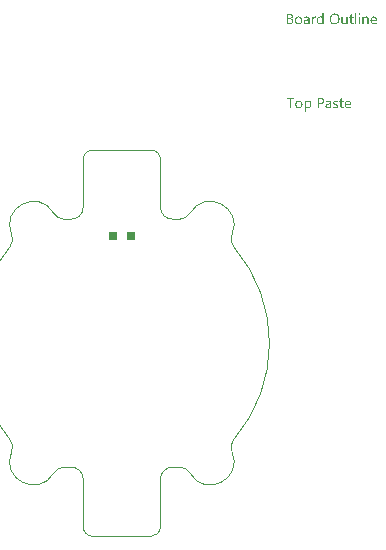
<source format=gtp>
G04*
G04 #@! TF.GenerationSoftware,Altium Limited,Altium Designer,21.9.2 (33)*
G04*
G04 Layer_Color=8421504*
%FSAX25Y25*%
%MOIN*%
G70*
G04*
G04 #@! TF.SameCoordinates,068316DF-13B4-460B-9515-79FEAC0EB225*
G04*
G04*
G04 #@! TF.FilePolarity,Positive*
G04*
G01*
G75*
%ADD10C,0.00394*%
%ADD11R,0.02756X0.02756*%
G36*
X0079229Y0110019D02*
X0079254D01*
X0079309Y0109995D01*
X0079340Y0109976D01*
X0079371Y0109951D01*
X0079377Y0109945D01*
X0079383Y0109939D01*
X0079414Y0109902D01*
X0079439Y0109840D01*
X0079445Y0109803D01*
X0079452Y0109766D01*
Y0109759D01*
Y0109747D01*
X0079445Y0109729D01*
X0079439Y0109704D01*
X0079421Y0109642D01*
X0079396Y0109611D01*
X0079371Y0109580D01*
X0079365D01*
X0079359Y0109567D01*
X0079322Y0109543D01*
X0079266Y0109518D01*
X0079229Y0109512D01*
X0079192Y0109506D01*
X0079173D01*
X0079154Y0109512D01*
X0079130D01*
X0079068Y0109537D01*
X0079037Y0109549D01*
X0079006Y0109574D01*
Y0109580D01*
X0078994Y0109586D01*
X0078981Y0109605D01*
X0078969Y0109623D01*
X0078944Y0109685D01*
X0078938Y0109722D01*
X0078932Y0109766D01*
Y0109772D01*
Y0109784D01*
X0078938Y0109803D01*
X0078944Y0109834D01*
X0078963Y0109889D01*
X0078981Y0109920D01*
X0079006Y0109951D01*
X0079012Y0109958D01*
X0079018Y0109964D01*
X0079056Y0109988D01*
X0079117Y0110013D01*
X0079154Y0110026D01*
X0079210D01*
X0079229Y0110019D01*
D02*
G37*
G36*
X0067239Y0106355D02*
X0066836D01*
Y0106776D01*
X0066824D01*
Y0106770D01*
X0066812Y0106757D01*
X0066793Y0106732D01*
X0066774Y0106702D01*
X0066744Y0106664D01*
X0066706Y0106627D01*
X0066663Y0106584D01*
X0066614Y0106541D01*
X0066558Y0106491D01*
X0066490Y0106448D01*
X0066422Y0106411D01*
X0066341Y0106374D01*
X0066261Y0106343D01*
X0066168Y0106318D01*
X0066069Y0106305D01*
X0065964Y0106299D01*
X0065920D01*
X0065883Y0106305D01*
X0065846Y0106312D01*
X0065797Y0106318D01*
X0065691Y0106343D01*
X0065567Y0106380D01*
X0065444Y0106442D01*
X0065376Y0106479D01*
X0065320Y0106522D01*
X0065258Y0106578D01*
X0065202Y0106633D01*
Y0106640D01*
X0065190Y0106652D01*
X0065178Y0106671D01*
X0065159Y0106695D01*
X0065140Y0106726D01*
X0065116Y0106770D01*
X0065091Y0106819D01*
X0065066Y0106875D01*
X0065035Y0106937D01*
X0065010Y0107005D01*
X0064986Y0107079D01*
X0064967Y0107160D01*
X0064948Y0107246D01*
X0064936Y0107345D01*
X0064930Y0107444D01*
X0064924Y0107550D01*
Y0107556D01*
Y0107574D01*
Y0107612D01*
X0064930Y0107655D01*
X0064936Y0107704D01*
X0064942Y0107766D01*
X0064948Y0107834D01*
X0064961Y0107909D01*
X0064998Y0108070D01*
X0065054Y0108237D01*
X0065091Y0108317D01*
X0065134Y0108398D01*
X0065178Y0108472D01*
X0065233Y0108546D01*
X0065239Y0108552D01*
X0065246Y0108565D01*
X0065264Y0108583D01*
X0065289Y0108608D01*
X0065320Y0108633D01*
X0065363Y0108664D01*
X0065407Y0108701D01*
X0065456Y0108738D01*
X0065580Y0108806D01*
X0065722Y0108868D01*
X0065803Y0108887D01*
X0065889Y0108905D01*
X0065976Y0108918D01*
X0066075Y0108924D01*
X0066124D01*
X0066162Y0108918D01*
X0066199Y0108911D01*
X0066248Y0108905D01*
X0066360Y0108874D01*
X0066484Y0108825D01*
X0066545Y0108794D01*
X0066607Y0108750D01*
X0066669Y0108707D01*
X0066725Y0108651D01*
X0066774Y0108589D01*
X0066824Y0108515D01*
X0066836D01*
Y0110075D01*
X0067239D01*
Y0106355D01*
D02*
G37*
G36*
X0081507Y0108918D02*
X0081581Y0108911D01*
X0081674Y0108893D01*
X0081773Y0108862D01*
X0081878Y0108812D01*
X0081983Y0108744D01*
X0082027Y0108707D01*
X0082070Y0108658D01*
X0082082Y0108645D01*
X0082107Y0108608D01*
X0082138Y0108546D01*
X0082181Y0108459D01*
X0082219Y0108354D01*
X0082256Y0108224D01*
X0082280Y0108070D01*
X0082287Y0107890D01*
Y0106355D01*
X0081884D01*
Y0107785D01*
Y0107791D01*
Y0107822D01*
X0081878Y0107859D01*
Y0107909D01*
X0081866Y0107970D01*
X0081853Y0108039D01*
X0081835Y0108113D01*
X0081810Y0108187D01*
X0081779Y0108261D01*
X0081742Y0108329D01*
X0081692Y0108398D01*
X0081637Y0108459D01*
X0081575Y0108509D01*
X0081494Y0108546D01*
X0081408Y0108577D01*
X0081302Y0108583D01*
X0081290D01*
X0081253Y0108577D01*
X0081197Y0108571D01*
X0081129Y0108552D01*
X0081049Y0108528D01*
X0080962Y0108484D01*
X0080882Y0108429D01*
X0080801Y0108354D01*
X0080795Y0108342D01*
X0080770Y0108317D01*
X0080739Y0108268D01*
X0080702Y0108200D01*
X0080665Y0108119D01*
X0080634Y0108020D01*
X0080609Y0107909D01*
X0080603Y0107785D01*
Y0106355D01*
X0080201D01*
Y0108868D01*
X0080603D01*
Y0108447D01*
X0080615D01*
X0080621Y0108453D01*
X0080628Y0108466D01*
X0080646Y0108491D01*
X0080671Y0108521D01*
X0080696Y0108559D01*
X0080733Y0108596D01*
X0080776Y0108639D01*
X0080826Y0108689D01*
X0080882Y0108732D01*
X0080943Y0108775D01*
X0081011Y0108812D01*
X0081086Y0108850D01*
X0081160Y0108880D01*
X0081247Y0108905D01*
X0081340Y0108918D01*
X0081439Y0108924D01*
X0081476D01*
X0081507Y0108918D01*
D02*
G37*
G36*
X0064509Y0108905D02*
X0064583Y0108899D01*
X0064627Y0108887D01*
X0064657Y0108874D01*
Y0108459D01*
X0064651Y0108466D01*
X0064639Y0108472D01*
X0064614Y0108484D01*
X0064583Y0108503D01*
X0064540Y0108515D01*
X0064484Y0108528D01*
X0064422Y0108534D01*
X0064354Y0108540D01*
X0064342D01*
X0064311Y0108534D01*
X0064261Y0108528D01*
X0064206Y0108509D01*
X0064131Y0108478D01*
X0064063Y0108435D01*
X0063989Y0108373D01*
X0063921Y0108292D01*
X0063915Y0108280D01*
X0063896Y0108249D01*
X0063865Y0108193D01*
X0063834Y0108119D01*
X0063803Y0108026D01*
X0063772Y0107909D01*
X0063754Y0107779D01*
X0063748Y0107630D01*
Y0106355D01*
X0063345D01*
Y0108868D01*
X0063748D01*
Y0108348D01*
X0063760D01*
Y0108354D01*
X0063766Y0108361D01*
X0063779Y0108391D01*
X0063797Y0108441D01*
X0063828Y0108503D01*
X0063859Y0108565D01*
X0063908Y0108633D01*
X0063958Y0108701D01*
X0064020Y0108763D01*
X0064026Y0108769D01*
X0064051Y0108788D01*
X0064088Y0108812D01*
X0064138Y0108837D01*
X0064193Y0108862D01*
X0064261Y0108887D01*
X0064336Y0108905D01*
X0064416Y0108911D01*
X0064472D01*
X0064509Y0108905D01*
D02*
G37*
G36*
X0075249Y0106355D02*
X0074846D01*
Y0106751D01*
X0074834D01*
Y0106745D01*
X0074822Y0106732D01*
X0074809Y0106708D01*
X0074784Y0106683D01*
X0074729Y0106609D01*
X0074642Y0106528D01*
X0074593Y0106485D01*
X0074537Y0106442D01*
X0074475Y0106404D01*
X0074401Y0106367D01*
X0074326Y0106343D01*
X0074246Y0106318D01*
X0074153Y0106305D01*
X0074060Y0106299D01*
X0074023D01*
X0073980Y0106305D01*
X0073918Y0106318D01*
X0073850Y0106330D01*
X0073775Y0106355D01*
X0073695Y0106386D01*
X0073614Y0106435D01*
X0073528Y0106491D01*
X0073447Y0106559D01*
X0073373Y0106646D01*
X0073305Y0106751D01*
X0073243Y0106869D01*
X0073200Y0107011D01*
X0073175Y0107178D01*
X0073163Y0107265D01*
Y0107364D01*
Y0108868D01*
X0073559D01*
Y0107426D01*
Y0107420D01*
Y0107395D01*
X0073565Y0107352D01*
X0073571Y0107302D01*
X0073577Y0107240D01*
X0073590Y0107178D01*
X0073608Y0107104D01*
X0073633Y0107030D01*
X0073670Y0106955D01*
X0073707Y0106887D01*
X0073757Y0106819D01*
X0073819Y0106757D01*
X0073887Y0106708D01*
X0073967Y0106671D01*
X0074066Y0106640D01*
X0074172Y0106633D01*
X0074184D01*
X0074221Y0106640D01*
X0074277Y0106646D01*
X0074339Y0106658D01*
X0074419Y0106689D01*
X0074500Y0106726D01*
X0074580Y0106776D01*
X0074654Y0106850D01*
X0074661Y0106862D01*
X0074685Y0106887D01*
X0074716Y0106937D01*
X0074753Y0107005D01*
X0074784Y0107085D01*
X0074815Y0107184D01*
X0074840Y0107296D01*
X0074846Y0107420D01*
Y0108868D01*
X0075249D01*
Y0106355D01*
D02*
G37*
G36*
X0079383D02*
X0078981D01*
Y0108868D01*
X0079383D01*
Y0106355D01*
D02*
G37*
G36*
X0078164D02*
X0077762D01*
Y0110075D01*
X0078164D01*
Y0106355D01*
D02*
G37*
G36*
X0061785Y0108918D02*
X0061841Y0108911D01*
X0061909Y0108893D01*
X0061983Y0108874D01*
X0062064Y0108843D01*
X0062151Y0108806D01*
X0062231Y0108757D01*
X0062312Y0108695D01*
X0062386Y0108621D01*
X0062454Y0108528D01*
X0062510Y0108422D01*
X0062553Y0108299D01*
X0062578Y0108156D01*
X0062590Y0107989D01*
Y0106355D01*
X0062188D01*
Y0106745D01*
X0062175D01*
Y0106739D01*
X0062163Y0106726D01*
X0062151Y0106702D01*
X0062126Y0106677D01*
X0062064Y0106603D01*
X0061983Y0106522D01*
X0061872Y0106442D01*
X0061742Y0106367D01*
X0061662Y0106343D01*
X0061581Y0106318D01*
X0061494Y0106305D01*
X0061402Y0106299D01*
X0061364D01*
X0061340Y0106305D01*
X0061272Y0106312D01*
X0061191Y0106324D01*
X0061092Y0106349D01*
X0060999Y0106380D01*
X0060900Y0106429D01*
X0060813Y0106491D01*
X0060807Y0106503D01*
X0060783Y0106528D01*
X0060745Y0106572D01*
X0060708Y0106633D01*
X0060671Y0106708D01*
X0060634Y0106794D01*
X0060609Y0106900D01*
X0060603Y0107017D01*
Y0107024D01*
Y0107048D01*
X0060609Y0107085D01*
X0060615Y0107129D01*
X0060628Y0107184D01*
X0060646Y0107246D01*
X0060671Y0107314D01*
X0060708Y0107383D01*
X0060752Y0107457D01*
X0060807Y0107531D01*
X0060875Y0107599D01*
X0060956Y0107661D01*
X0061049Y0107723D01*
X0061160Y0107772D01*
X0061284Y0107810D01*
X0061432Y0107841D01*
X0062188Y0107946D01*
Y0107952D01*
Y0107970D01*
X0062182Y0108008D01*
Y0108045D01*
X0062169Y0108094D01*
X0062163Y0108150D01*
X0062126Y0108268D01*
X0062095Y0108323D01*
X0062064Y0108379D01*
X0062021Y0108435D01*
X0061971Y0108484D01*
X0061909Y0108528D01*
X0061841Y0108559D01*
X0061761Y0108577D01*
X0061668Y0108583D01*
X0061624D01*
X0061594Y0108577D01*
X0061550D01*
X0061507Y0108565D01*
X0061395Y0108546D01*
X0061272Y0108509D01*
X0061135Y0108453D01*
X0061061Y0108416D01*
X0060993Y0108379D01*
X0060919Y0108329D01*
X0060851Y0108274D01*
Y0108689D01*
X0060857D01*
X0060869Y0108701D01*
X0060888Y0108713D01*
X0060919Y0108726D01*
X0060950Y0108744D01*
X0060993Y0108763D01*
X0061043Y0108781D01*
X0061098Y0108806D01*
X0061222Y0108850D01*
X0061371Y0108887D01*
X0061532Y0108911D01*
X0061705Y0108924D01*
X0061742D01*
X0061785Y0108918D01*
D02*
G37*
G36*
X0056097Y0109865D02*
X0056140D01*
X0056183Y0109859D01*
X0056282Y0109846D01*
X0056400Y0109815D01*
X0056524Y0109778D01*
X0056642Y0109722D01*
X0056747Y0109648D01*
X0056753D01*
X0056759Y0109636D01*
X0056790Y0109611D01*
X0056833Y0109561D01*
X0056883Y0109493D01*
X0056926Y0109407D01*
X0056969Y0109308D01*
X0057000Y0109196D01*
X0057013Y0109134D01*
Y0109066D01*
Y0109060D01*
Y0109054D01*
Y0109017D01*
X0057007Y0108961D01*
X0056994Y0108893D01*
X0056976Y0108806D01*
X0056945Y0108720D01*
X0056908Y0108633D01*
X0056852Y0108546D01*
X0056846Y0108534D01*
X0056821Y0108509D01*
X0056784Y0108472D01*
X0056734Y0108422D01*
X0056672Y0108373D01*
X0056598Y0108317D01*
X0056505Y0108274D01*
X0056406Y0108230D01*
Y0108224D01*
X0056425D01*
X0056443Y0108218D01*
X0056462Y0108212D01*
X0056530Y0108200D01*
X0056611Y0108175D01*
X0056697Y0108138D01*
X0056790Y0108094D01*
X0056883Y0108032D01*
X0056969Y0107952D01*
X0056982Y0107940D01*
X0057007Y0107909D01*
X0057038Y0107865D01*
X0057081Y0107797D01*
X0057118Y0107711D01*
X0057155Y0107612D01*
X0057180Y0107494D01*
X0057186Y0107364D01*
Y0107358D01*
Y0107345D01*
Y0107321D01*
X0057180Y0107290D01*
X0057174Y0107253D01*
X0057168Y0107209D01*
X0057143Y0107104D01*
X0057106Y0106986D01*
X0057050Y0106862D01*
X0057013Y0106807D01*
X0056969Y0106745D01*
X0056914Y0106689D01*
X0056858Y0106633D01*
X0056852D01*
X0056846Y0106621D01*
X0056827Y0106609D01*
X0056802Y0106590D01*
X0056771Y0106572D01*
X0056728Y0106547D01*
X0056635Y0106497D01*
X0056518Y0106442D01*
X0056381Y0106398D01*
X0056221Y0106367D01*
X0056140Y0106361D01*
X0056047Y0106355D01*
X0055020D01*
Y0109871D01*
X0056066D01*
X0056097Y0109865D01*
D02*
G37*
G36*
X0076592Y0108868D02*
X0077229D01*
Y0108521D01*
X0076592D01*
Y0107104D01*
Y0107091D01*
Y0107061D01*
X0076598Y0107017D01*
X0076604Y0106962D01*
X0076629Y0106844D01*
X0076648Y0106788D01*
X0076679Y0106745D01*
X0076685Y0106739D01*
X0076697Y0106726D01*
X0076716Y0106714D01*
X0076747Y0106695D01*
X0076784Y0106671D01*
X0076833Y0106658D01*
X0076895Y0106646D01*
X0076963Y0106640D01*
X0076988D01*
X0077019Y0106646D01*
X0077056Y0106652D01*
X0077143Y0106677D01*
X0077186Y0106695D01*
X0077229Y0106720D01*
Y0106374D01*
X0077223D01*
X0077205Y0106361D01*
X0077174Y0106355D01*
X0077130Y0106343D01*
X0077075Y0106330D01*
X0077013Y0106318D01*
X0076938Y0106312D01*
X0076852Y0106305D01*
X0076821D01*
X0076790Y0106312D01*
X0076747Y0106318D01*
X0076697Y0106330D01*
X0076641Y0106343D01*
X0076586Y0106367D01*
X0076524Y0106398D01*
X0076462Y0106435D01*
X0076400Y0106485D01*
X0076344Y0106541D01*
X0076295Y0106615D01*
X0076251Y0106695D01*
X0076220Y0106794D01*
X0076196Y0106906D01*
X0076190Y0107036D01*
Y0108521D01*
X0075762D01*
Y0108868D01*
X0076190D01*
Y0109481D01*
X0076592Y0109611D01*
Y0108868D01*
D02*
G37*
G36*
X0084119Y0108918D02*
X0084162Y0108911D01*
X0084206Y0108905D01*
X0084317Y0108887D01*
X0084441Y0108843D01*
X0084565Y0108788D01*
X0084627Y0108750D01*
X0084688Y0108707D01*
X0084744Y0108658D01*
X0084800Y0108602D01*
X0084806Y0108596D01*
X0084812Y0108589D01*
X0084825Y0108571D01*
X0084843Y0108546D01*
X0084862Y0108509D01*
X0084886Y0108472D01*
X0084911Y0108429D01*
X0084936Y0108373D01*
X0084961Y0108311D01*
X0084986Y0108249D01*
X0085010Y0108175D01*
X0085029Y0108094D01*
X0085047Y0108008D01*
X0085060Y0107921D01*
X0085072Y0107822D01*
Y0107717D01*
Y0107506D01*
X0083296D01*
Y0107500D01*
Y0107488D01*
Y0107469D01*
X0083302Y0107438D01*
X0083308Y0107401D01*
Y0107364D01*
X0083327Y0107265D01*
X0083358Y0107166D01*
X0083395Y0107054D01*
X0083450Y0106949D01*
X0083518Y0106856D01*
X0083531Y0106844D01*
X0083556Y0106819D01*
X0083605Y0106788D01*
X0083673Y0106745D01*
X0083760Y0106702D01*
X0083859Y0106671D01*
X0083977Y0106646D01*
X0084113Y0106633D01*
X0084156D01*
X0084187Y0106640D01*
X0084224D01*
X0084267Y0106646D01*
X0084373Y0106671D01*
X0084490Y0106702D01*
X0084620Y0106751D01*
X0084756Y0106819D01*
X0084825Y0106862D01*
X0084893Y0106912D01*
Y0106534D01*
X0084886D01*
X0084880Y0106522D01*
X0084862Y0106516D01*
X0084831Y0106497D01*
X0084800Y0106479D01*
X0084763Y0106460D01*
X0084713Y0106442D01*
X0084664Y0106417D01*
X0084602Y0106392D01*
X0084534Y0106374D01*
X0084385Y0106336D01*
X0084212Y0106312D01*
X0084020Y0106299D01*
X0083970D01*
X0083933Y0106305D01*
X0083890Y0106312D01*
X0083834Y0106318D01*
X0083716Y0106343D01*
X0083580Y0106380D01*
X0083444Y0106442D01*
X0083376Y0106485D01*
X0083308Y0106528D01*
X0083246Y0106578D01*
X0083184Y0106640D01*
X0083178Y0106646D01*
X0083172Y0106658D01*
X0083159Y0106677D01*
X0083135Y0106702D01*
X0083116Y0106739D01*
X0083091Y0106782D01*
X0083060Y0106832D01*
X0083036Y0106887D01*
X0083005Y0106949D01*
X0082980Y0107024D01*
X0082949Y0107104D01*
X0082930Y0107191D01*
X0082912Y0107283D01*
X0082893Y0107383D01*
X0082887Y0107488D01*
X0082881Y0107599D01*
Y0107605D01*
Y0107624D01*
Y0107655D01*
X0082887Y0107698D01*
X0082893Y0107748D01*
X0082899Y0107803D01*
X0082906Y0107871D01*
X0082924Y0107940D01*
X0082961Y0108088D01*
X0083017Y0108249D01*
X0083054Y0108329D01*
X0083104Y0108404D01*
X0083153Y0108484D01*
X0083209Y0108552D01*
X0083215Y0108559D01*
X0083227Y0108571D01*
X0083246Y0108589D01*
X0083271Y0108608D01*
X0083302Y0108639D01*
X0083339Y0108670D01*
X0083389Y0108701D01*
X0083438Y0108738D01*
X0083556Y0108806D01*
X0083698Y0108868D01*
X0083778Y0108887D01*
X0083859Y0108905D01*
X0083946Y0108918D01*
X0084038Y0108924D01*
X0084088D01*
X0084119Y0108918D01*
D02*
G37*
G36*
X0071077Y0109927D02*
X0071139Y0109920D01*
X0071213Y0109908D01*
X0071293Y0109889D01*
X0071380Y0109871D01*
X0071466Y0109846D01*
X0071566Y0109815D01*
X0071658Y0109772D01*
X0071757Y0109722D01*
X0071856Y0109667D01*
X0071949Y0109599D01*
X0072042Y0109524D01*
X0072129Y0109438D01*
X0072135Y0109431D01*
X0072147Y0109413D01*
X0072172Y0109388D01*
X0072197Y0109351D01*
X0072234Y0109301D01*
X0072271Y0109239D01*
X0072308Y0109171D01*
X0072352Y0109097D01*
X0072395Y0109004D01*
X0072432Y0108911D01*
X0072469Y0108806D01*
X0072506Y0108689D01*
X0072531Y0108571D01*
X0072556Y0108441D01*
X0072568Y0108299D01*
X0072575Y0108156D01*
Y0108144D01*
Y0108119D01*
Y0108076D01*
X0072568Y0108014D01*
X0072562Y0107940D01*
X0072550Y0107859D01*
X0072537Y0107766D01*
X0072519Y0107661D01*
X0072494Y0107556D01*
X0072463Y0107444D01*
X0072426Y0107333D01*
X0072383Y0107221D01*
X0072327Y0107104D01*
X0072265Y0106999D01*
X0072197Y0106894D01*
X0072117Y0106794D01*
X0072110Y0106788D01*
X0072098Y0106776D01*
X0072067Y0106751D01*
X0072036Y0106720D01*
X0071987Y0106677D01*
X0071931Y0106640D01*
X0071869Y0106590D01*
X0071795Y0106547D01*
X0071714Y0106503D01*
X0071621Y0106454D01*
X0071522Y0106417D01*
X0071411Y0106380D01*
X0071293Y0106343D01*
X0071169Y0106318D01*
X0071039Y0106305D01*
X0070897Y0106299D01*
X0070866D01*
X0070823Y0106305D01*
X0070773D01*
X0070711Y0106312D01*
X0070637Y0106324D01*
X0070557Y0106343D01*
X0070464Y0106361D01*
X0070371Y0106386D01*
X0070272Y0106417D01*
X0070173Y0106460D01*
X0070074Y0106503D01*
X0069975Y0106559D01*
X0069876Y0106627D01*
X0069783Y0106702D01*
X0069696Y0106788D01*
X0069690Y0106794D01*
X0069678Y0106813D01*
X0069653Y0106838D01*
X0069628Y0106875D01*
X0069591Y0106924D01*
X0069554Y0106986D01*
X0069517Y0107054D01*
X0069473Y0107135D01*
X0069430Y0107221D01*
X0069393Y0107314D01*
X0069356Y0107420D01*
X0069319Y0107537D01*
X0069294Y0107655D01*
X0069269Y0107785D01*
X0069257Y0107927D01*
X0069251Y0108070D01*
Y0108082D01*
Y0108107D01*
X0069257Y0108150D01*
Y0108212D01*
X0069263Y0108280D01*
X0069275Y0108367D01*
X0069288Y0108459D01*
X0069306Y0108559D01*
X0069331Y0108664D01*
X0069362Y0108775D01*
X0069399Y0108887D01*
X0069442Y0108998D01*
X0069498Y0109109D01*
X0069560Y0109221D01*
X0069628Y0109326D01*
X0069709Y0109425D01*
X0069715Y0109431D01*
X0069727Y0109450D01*
X0069758Y0109475D01*
X0069795Y0109506D01*
X0069839Y0109543D01*
X0069894Y0109586D01*
X0069962Y0109629D01*
X0070037Y0109679D01*
X0070123Y0109729D01*
X0070216Y0109772D01*
X0070315Y0109815D01*
X0070427Y0109852D01*
X0070550Y0109883D01*
X0070680Y0109914D01*
X0070817Y0109927D01*
X0070959Y0109933D01*
X0071027D01*
X0071077Y0109927D01*
D02*
G37*
G36*
X0059049Y0108918D02*
X0059093Y0108911D01*
X0059148Y0108905D01*
X0059272Y0108880D01*
X0059415Y0108837D01*
X0059557Y0108775D01*
X0059631Y0108738D01*
X0059699Y0108695D01*
X0059767Y0108639D01*
X0059829Y0108577D01*
X0059835Y0108571D01*
X0059842Y0108559D01*
X0059860Y0108540D01*
X0059879Y0108515D01*
X0059904Y0108478D01*
X0059928Y0108435D01*
X0059959Y0108385D01*
X0059990Y0108329D01*
X0060015Y0108261D01*
X0060046Y0108193D01*
X0060071Y0108113D01*
X0060096Y0108026D01*
X0060114Y0107933D01*
X0060133Y0107834D01*
X0060139Y0107729D01*
X0060145Y0107618D01*
Y0107612D01*
Y0107593D01*
Y0107562D01*
X0060139Y0107519D01*
X0060133Y0107469D01*
X0060126Y0107407D01*
X0060114Y0107345D01*
X0060102Y0107271D01*
X0060065Y0107123D01*
X0060003Y0106962D01*
X0059965Y0106881D01*
X0059916Y0106801D01*
X0059866Y0106726D01*
X0059805Y0106658D01*
X0059798Y0106652D01*
X0059786Y0106646D01*
X0059767Y0106627D01*
X0059743Y0106603D01*
X0059706Y0106578D01*
X0059668Y0106547D01*
X0059619Y0106510D01*
X0059563Y0106479D01*
X0059501Y0106448D01*
X0059433Y0106411D01*
X0059359Y0106380D01*
X0059278Y0106355D01*
X0059192Y0106330D01*
X0059099Y0106318D01*
X0059000Y0106305D01*
X0058895Y0106299D01*
X0058839D01*
X0058802Y0106305D01*
X0058758Y0106312D01*
X0058703Y0106318D01*
X0058641Y0106330D01*
X0058573Y0106343D01*
X0058430Y0106386D01*
X0058282Y0106448D01*
X0058207Y0106485D01*
X0058139Y0106534D01*
X0058071Y0106584D01*
X0058003Y0106646D01*
X0057997Y0106652D01*
X0057991Y0106664D01*
X0057972Y0106683D01*
X0057954Y0106708D01*
X0057929Y0106745D01*
X0057898Y0106788D01*
X0057867Y0106838D01*
X0057842Y0106894D01*
X0057811Y0106962D01*
X0057780Y0107030D01*
X0057749Y0107104D01*
X0057725Y0107191D01*
X0057688Y0107376D01*
X0057681Y0107475D01*
X0057675Y0107580D01*
Y0107587D01*
Y0107612D01*
Y0107642D01*
X0057681Y0107686D01*
X0057688Y0107735D01*
X0057694Y0107797D01*
X0057706Y0107865D01*
X0057718Y0107940D01*
X0057756Y0108100D01*
X0057818Y0108261D01*
X0057861Y0108342D01*
X0057904Y0108422D01*
X0057954Y0108497D01*
X0058016Y0108565D01*
X0058022Y0108571D01*
X0058034Y0108583D01*
X0058053Y0108596D01*
X0058078Y0108621D01*
X0058115Y0108645D01*
X0058158Y0108676D01*
X0058207Y0108713D01*
X0058263Y0108744D01*
X0058325Y0108775D01*
X0058399Y0108812D01*
X0058474Y0108843D01*
X0058560Y0108868D01*
X0058647Y0108893D01*
X0058746Y0108911D01*
X0058851Y0108918D01*
X0058956Y0108924D01*
X0059012D01*
X0059049Y0108918D01*
D02*
G37*
G36*
X0062262Y0080879D02*
X0062305Y0080873D01*
X0062349Y0080867D01*
X0062460Y0080842D01*
X0062584Y0080805D01*
X0062708Y0080743D01*
X0062770Y0080706D01*
X0062831Y0080656D01*
X0062887Y0080607D01*
X0062943Y0080545D01*
X0062949Y0080539D01*
X0062955Y0080533D01*
X0062968Y0080508D01*
X0062986Y0080483D01*
X0063005Y0080452D01*
X0063029Y0080409D01*
X0063054Y0080359D01*
X0063079Y0080310D01*
X0063104Y0080248D01*
X0063129Y0080180D01*
X0063153Y0080106D01*
X0063172Y0080025D01*
X0063203Y0079846D01*
X0063215Y0079747D01*
Y0079641D01*
Y0079635D01*
Y0079617D01*
Y0079580D01*
X0063209Y0079536D01*
Y0079487D01*
X0063197Y0079425D01*
X0063191Y0079357D01*
X0063178Y0079282D01*
X0063141Y0079121D01*
X0063085Y0078954D01*
X0063048Y0078874D01*
X0063011Y0078793D01*
X0062962Y0078713D01*
X0062906Y0078639D01*
X0062900Y0078632D01*
X0062893Y0078620D01*
X0062875Y0078601D01*
X0062850Y0078583D01*
X0062819Y0078552D01*
X0062782Y0078521D01*
X0062739Y0078484D01*
X0062689Y0078453D01*
X0062633Y0078416D01*
X0062572Y0078379D01*
X0062423Y0078323D01*
X0062343Y0078298D01*
X0062262Y0078280D01*
X0062169Y0078267D01*
X0062070Y0078261D01*
X0062021D01*
X0061990Y0078267D01*
X0061946Y0078273D01*
X0061903Y0078286D01*
X0061791Y0078311D01*
X0061674Y0078360D01*
X0061606Y0078397D01*
X0061544Y0078434D01*
X0061482Y0078484D01*
X0061426Y0078540D01*
X0061364Y0078601D01*
X0061315Y0078676D01*
X0061303D01*
Y0077165D01*
X0060900D01*
Y0080830D01*
X0061303D01*
Y0080384D01*
X0061315D01*
X0061321Y0080390D01*
X0061327Y0080409D01*
X0061346Y0080434D01*
X0061371Y0080465D01*
X0061402Y0080502D01*
X0061439Y0080545D01*
X0061482Y0080588D01*
X0061538Y0080638D01*
X0061594Y0080681D01*
X0061655Y0080725D01*
X0061730Y0080768D01*
X0061804Y0080805D01*
X0061891Y0080842D01*
X0061983Y0080867D01*
X0062076Y0080879D01*
X0062182Y0080886D01*
X0062231D01*
X0062262Y0080879D01*
D02*
G37*
G36*
X0071535D02*
X0071615Y0080873D01*
X0071702Y0080861D01*
X0071801Y0080836D01*
X0071900Y0080811D01*
X0071999Y0080774D01*
Y0080366D01*
X0071987Y0080372D01*
X0071949Y0080396D01*
X0071894Y0080421D01*
X0071819Y0080458D01*
X0071727Y0080489D01*
X0071615Y0080520D01*
X0071491Y0080539D01*
X0071361Y0080545D01*
X0071293D01*
X0071231Y0080533D01*
X0071157Y0080520D01*
X0071151D01*
X0071145Y0080514D01*
X0071108Y0080502D01*
X0071058Y0080477D01*
X0071002Y0080446D01*
X0070990Y0080440D01*
X0070965Y0080415D01*
X0070934Y0080378D01*
X0070903Y0080335D01*
X0070897Y0080322D01*
X0070885Y0080291D01*
X0070872Y0080248D01*
X0070866Y0080192D01*
Y0080186D01*
Y0080174D01*
Y0080155D01*
X0070872Y0080137D01*
X0070885Y0080081D01*
X0070903Y0080025D01*
X0070909Y0080013D01*
X0070928Y0079988D01*
X0070965Y0079951D01*
X0071008Y0079908D01*
X0071015D01*
X0071021Y0079901D01*
X0071058Y0079877D01*
X0071108Y0079846D01*
X0071176Y0079815D01*
X0071182D01*
X0071194Y0079808D01*
X0071213Y0079802D01*
X0071244Y0079790D01*
X0071312Y0079765D01*
X0071398Y0079728D01*
X0071405D01*
X0071429Y0079716D01*
X0071460Y0079703D01*
X0071497Y0079691D01*
X0071596Y0079648D01*
X0071696Y0079598D01*
X0071702D01*
X0071720Y0079586D01*
X0071745Y0079573D01*
X0071776Y0079555D01*
X0071850Y0079505D01*
X0071925Y0079443D01*
X0071931Y0079437D01*
X0071943Y0079431D01*
X0071956Y0079412D01*
X0071980Y0079388D01*
X0072024Y0079326D01*
X0072067Y0079245D01*
Y0079239D01*
X0072073Y0079227D01*
X0072085Y0079202D01*
X0072092Y0079171D01*
X0072104Y0079134D01*
X0072110Y0079090D01*
X0072117Y0078985D01*
Y0078979D01*
Y0078954D01*
X0072110Y0078917D01*
X0072104Y0078874D01*
X0072098Y0078824D01*
X0072079Y0078769D01*
X0072061Y0078719D01*
X0072030Y0078663D01*
X0072024Y0078657D01*
X0072017Y0078639D01*
X0071999Y0078614D01*
X0071974Y0078583D01*
X0071943Y0078546D01*
X0071906Y0078509D01*
X0071813Y0078434D01*
X0071807Y0078428D01*
X0071788Y0078422D01*
X0071764Y0078403D01*
X0071720Y0078385D01*
X0071677Y0078360D01*
X0071621Y0078342D01*
X0071566Y0078323D01*
X0071497Y0078304D01*
X0071491D01*
X0071466Y0078298D01*
X0071429Y0078292D01*
X0071386Y0078286D01*
X0071324Y0078273D01*
X0071262Y0078267D01*
X0071120Y0078261D01*
X0071058D01*
X0070984Y0078267D01*
X0070891Y0078280D01*
X0070786Y0078298D01*
X0070674Y0078323D01*
X0070563Y0078354D01*
X0070451Y0078403D01*
Y0078837D01*
X0070458D01*
X0070464Y0078824D01*
X0070482Y0078812D01*
X0070507Y0078799D01*
X0070575Y0078762D01*
X0070668Y0078719D01*
X0070773Y0078670D01*
X0070897Y0078632D01*
X0071033Y0078608D01*
X0071176Y0078595D01*
X0071225D01*
X0071256Y0078601D01*
X0071343Y0078614D01*
X0071442Y0078639D01*
X0071535Y0078682D01*
X0071578Y0078713D01*
X0071621Y0078744D01*
X0071652Y0078787D01*
X0071677Y0078830D01*
X0071696Y0078886D01*
X0071702Y0078948D01*
Y0078954D01*
Y0078967D01*
Y0078985D01*
X0071696Y0079004D01*
X0071683Y0079059D01*
X0071658Y0079115D01*
Y0079121D01*
X0071652Y0079128D01*
X0071627Y0079159D01*
X0071590Y0079202D01*
X0071535Y0079239D01*
X0071528D01*
X0071522Y0079251D01*
X0071485Y0079270D01*
X0071429Y0079307D01*
X0071355Y0079338D01*
X0071349D01*
X0071337Y0079344D01*
X0071318Y0079357D01*
X0071287Y0079369D01*
X0071219Y0079394D01*
X0071132Y0079431D01*
X0071126D01*
X0071101Y0079443D01*
X0071070Y0079456D01*
X0071033Y0079468D01*
X0070934Y0079511D01*
X0070835Y0079561D01*
X0070829Y0079567D01*
X0070817Y0079573D01*
X0070792Y0079586D01*
X0070761Y0079604D01*
X0070693Y0079654D01*
X0070625Y0079710D01*
X0070618Y0079716D01*
X0070612Y0079722D01*
X0070594Y0079740D01*
X0070575Y0079765D01*
X0070532Y0079827D01*
X0070495Y0079901D01*
Y0079908D01*
X0070489Y0079920D01*
X0070482Y0079945D01*
X0070476Y0079976D01*
X0070470Y0080013D01*
X0070464Y0080056D01*
X0070458Y0080161D01*
Y0080168D01*
Y0080192D01*
X0070464Y0080223D01*
X0070470Y0080266D01*
X0070476Y0080316D01*
X0070495Y0080366D01*
X0070513Y0080421D01*
X0070538Y0080471D01*
X0070544Y0080477D01*
X0070550Y0080496D01*
X0070569Y0080520D01*
X0070594Y0080551D01*
X0070662Y0080626D01*
X0070749Y0080700D01*
X0070755Y0080706D01*
X0070773Y0080712D01*
X0070798Y0080731D01*
X0070841Y0080749D01*
X0070885Y0080774D01*
X0070934Y0080799D01*
X0071058Y0080836D01*
X0071064D01*
X0071089Y0080842D01*
X0071120Y0080855D01*
X0071169Y0080861D01*
X0071219Y0080873D01*
X0071281Y0080879D01*
X0071417Y0080886D01*
X0071473D01*
X0071535Y0080879D01*
D02*
G37*
G36*
X0069040D02*
X0069096Y0080873D01*
X0069164Y0080855D01*
X0069238Y0080836D01*
X0069319Y0080805D01*
X0069405Y0080768D01*
X0069486Y0080718D01*
X0069566Y0080656D01*
X0069640Y0080582D01*
X0069709Y0080489D01*
X0069764Y0080384D01*
X0069808Y0080260D01*
X0069832Y0080118D01*
X0069845Y0079951D01*
Y0078317D01*
X0069442D01*
Y0078707D01*
X0069430D01*
Y0078701D01*
X0069418Y0078688D01*
X0069405Y0078663D01*
X0069380Y0078639D01*
X0069319Y0078564D01*
X0069238Y0078484D01*
X0069127Y0078403D01*
X0068997Y0078329D01*
X0068916Y0078304D01*
X0068836Y0078280D01*
X0068749Y0078267D01*
X0068656Y0078261D01*
X0068619D01*
X0068594Y0078267D01*
X0068526Y0078273D01*
X0068446Y0078286D01*
X0068347Y0078311D01*
X0068254Y0078342D01*
X0068155Y0078391D01*
X0068068Y0078453D01*
X0068062Y0078465D01*
X0068037Y0078490D01*
X0068000Y0078533D01*
X0067963Y0078595D01*
X0067926Y0078670D01*
X0067889Y0078756D01*
X0067864Y0078861D01*
X0067858Y0078979D01*
Y0078985D01*
Y0079010D01*
X0067864Y0079047D01*
X0067870Y0079090D01*
X0067883Y0079146D01*
X0067901Y0079208D01*
X0067926Y0079276D01*
X0067963Y0079344D01*
X0068006Y0079418D01*
X0068062Y0079493D01*
X0068130Y0079561D01*
X0068211Y0079623D01*
X0068303Y0079685D01*
X0068415Y0079734D01*
X0068539Y0079771D01*
X0068687Y0079802D01*
X0069442Y0079908D01*
Y0079914D01*
Y0079932D01*
X0069436Y0079969D01*
Y0080007D01*
X0069424Y0080056D01*
X0069418Y0080112D01*
X0069380Y0080229D01*
X0069349Y0080285D01*
X0069319Y0080341D01*
X0069275Y0080396D01*
X0069226Y0080446D01*
X0069164Y0080489D01*
X0069096Y0080520D01*
X0069015Y0080539D01*
X0068922Y0080545D01*
X0068879D01*
X0068848Y0080539D01*
X0068805D01*
X0068761Y0080527D01*
X0068650Y0080508D01*
X0068526Y0080471D01*
X0068390Y0080415D01*
X0068316Y0080378D01*
X0068248Y0080341D01*
X0068173Y0080291D01*
X0068105Y0080236D01*
Y0080650D01*
X0068111D01*
X0068124Y0080663D01*
X0068142Y0080675D01*
X0068173Y0080687D01*
X0068204Y0080706D01*
X0068248Y0080725D01*
X0068297Y0080743D01*
X0068353Y0080768D01*
X0068477Y0080811D01*
X0068625Y0080848D01*
X0068786Y0080873D01*
X0068960Y0080886D01*
X0068997D01*
X0069040Y0080879D01*
D02*
G37*
G36*
X0066341Y0081826D02*
X0066391D01*
X0066440Y0081820D01*
X0066570Y0081796D01*
X0066706Y0081765D01*
X0066855Y0081715D01*
X0066997Y0081647D01*
X0067059Y0081604D01*
X0067121Y0081554D01*
X0067127D01*
X0067133Y0081542D01*
X0067152Y0081523D01*
X0067171Y0081504D01*
X0067220Y0081443D01*
X0067282Y0081356D01*
X0067338Y0081245D01*
X0067387Y0081115D01*
X0067424Y0080960D01*
X0067431Y0080873D01*
X0067437Y0080780D01*
Y0080774D01*
Y0080756D01*
Y0080731D01*
X0067431Y0080700D01*
X0067424Y0080656D01*
X0067418Y0080607D01*
X0067393Y0080489D01*
X0067350Y0080359D01*
X0067288Y0080223D01*
X0067251Y0080155D01*
X0067208Y0080087D01*
X0067152Y0080019D01*
X0067090Y0079957D01*
X0067084Y0079951D01*
X0067072Y0079945D01*
X0067053Y0079926D01*
X0067028Y0079908D01*
X0066991Y0079883D01*
X0066948Y0079858D01*
X0066898Y0079827D01*
X0066843Y0079802D01*
X0066781Y0079771D01*
X0066713Y0079740D01*
X0066632Y0079716D01*
X0066552Y0079691D01*
X0066366Y0079654D01*
X0066267Y0079648D01*
X0066162Y0079641D01*
X0065697D01*
Y0078317D01*
X0065283D01*
Y0081833D01*
X0066304D01*
X0066341Y0081826D01*
D02*
G37*
G36*
X0057459Y0081461D02*
X0056443D01*
Y0078317D01*
X0056035D01*
Y0081461D01*
X0055020D01*
Y0081833D01*
X0057459D01*
Y0081461D01*
D02*
G37*
G36*
X0073268Y0080830D02*
X0073905D01*
Y0080483D01*
X0073268D01*
Y0079066D01*
Y0079053D01*
Y0079022D01*
X0073274Y0078979D01*
X0073280Y0078923D01*
X0073305Y0078806D01*
X0073324Y0078750D01*
X0073355Y0078707D01*
X0073361Y0078701D01*
X0073373Y0078688D01*
X0073392Y0078676D01*
X0073423Y0078657D01*
X0073460Y0078632D01*
X0073509Y0078620D01*
X0073571Y0078608D01*
X0073639Y0078601D01*
X0073664D01*
X0073695Y0078608D01*
X0073732Y0078614D01*
X0073819Y0078639D01*
X0073862Y0078657D01*
X0073905Y0078682D01*
Y0078335D01*
X0073899D01*
X0073881Y0078323D01*
X0073850Y0078317D01*
X0073806Y0078304D01*
X0073751Y0078292D01*
X0073689Y0078280D01*
X0073614Y0078273D01*
X0073528Y0078267D01*
X0073497D01*
X0073466Y0078273D01*
X0073423Y0078280D01*
X0073373Y0078292D01*
X0073317Y0078304D01*
X0073262Y0078329D01*
X0073200Y0078360D01*
X0073138Y0078397D01*
X0073076Y0078447D01*
X0073020Y0078502D01*
X0072971Y0078577D01*
X0072927Y0078657D01*
X0072896Y0078756D01*
X0072872Y0078868D01*
X0072865Y0078998D01*
Y0080483D01*
X0072438D01*
Y0080830D01*
X0072865D01*
Y0081443D01*
X0073268Y0081573D01*
Y0080830D01*
D02*
G37*
G36*
X0075509Y0080879D02*
X0075552Y0080873D01*
X0075595Y0080867D01*
X0075707Y0080848D01*
X0075831Y0080805D01*
X0075954Y0080749D01*
X0076016Y0080712D01*
X0076078Y0080669D01*
X0076134Y0080619D01*
X0076190Y0080564D01*
X0076196Y0080558D01*
X0076202Y0080551D01*
X0076214Y0080533D01*
X0076233Y0080508D01*
X0076251Y0080471D01*
X0076276Y0080434D01*
X0076301Y0080390D01*
X0076326Y0080335D01*
X0076350Y0080273D01*
X0076375Y0080211D01*
X0076400Y0080137D01*
X0076419Y0080056D01*
X0076437Y0079969D01*
X0076450Y0079883D01*
X0076462Y0079784D01*
Y0079678D01*
Y0079468D01*
X0074685D01*
Y0079462D01*
Y0079449D01*
Y0079431D01*
X0074691Y0079400D01*
X0074698Y0079363D01*
Y0079326D01*
X0074716Y0079227D01*
X0074747Y0079128D01*
X0074784Y0079016D01*
X0074840Y0078911D01*
X0074908Y0078818D01*
X0074920Y0078806D01*
X0074945Y0078781D01*
X0074995Y0078750D01*
X0075063Y0078707D01*
X0075150Y0078663D01*
X0075249Y0078632D01*
X0075366Y0078608D01*
X0075502Y0078595D01*
X0075546D01*
X0075577Y0078601D01*
X0075614D01*
X0075657Y0078608D01*
X0075762Y0078632D01*
X0075880Y0078663D01*
X0076010Y0078713D01*
X0076146Y0078781D01*
X0076214Y0078824D01*
X0076282Y0078874D01*
Y0078496D01*
X0076276D01*
X0076270Y0078484D01*
X0076251Y0078478D01*
X0076220Y0078459D01*
X0076190Y0078440D01*
X0076152Y0078422D01*
X0076103Y0078403D01*
X0076053Y0078379D01*
X0075991Y0078354D01*
X0075923Y0078335D01*
X0075775Y0078298D01*
X0075601Y0078273D01*
X0075410Y0078261D01*
X0075360D01*
X0075323Y0078267D01*
X0075280Y0078273D01*
X0075224Y0078280D01*
X0075106Y0078304D01*
X0074970Y0078342D01*
X0074834Y0078403D01*
X0074766Y0078447D01*
X0074698Y0078490D01*
X0074636Y0078540D01*
X0074574Y0078601D01*
X0074568Y0078608D01*
X0074562Y0078620D01*
X0074549Y0078639D01*
X0074524Y0078663D01*
X0074506Y0078701D01*
X0074481Y0078744D01*
X0074450Y0078793D01*
X0074425Y0078849D01*
X0074394Y0078911D01*
X0074370Y0078985D01*
X0074339Y0079066D01*
X0074320Y0079152D01*
X0074301Y0079245D01*
X0074283Y0079344D01*
X0074277Y0079449D01*
X0074271Y0079561D01*
Y0079567D01*
Y0079586D01*
Y0079617D01*
X0074277Y0079660D01*
X0074283Y0079710D01*
X0074289Y0079765D01*
X0074295Y0079833D01*
X0074314Y0079901D01*
X0074351Y0080050D01*
X0074407Y0080211D01*
X0074444Y0080291D01*
X0074493Y0080366D01*
X0074543Y0080446D01*
X0074599Y0080514D01*
X0074605Y0080520D01*
X0074617Y0080533D01*
X0074636Y0080551D01*
X0074661Y0080570D01*
X0074691Y0080601D01*
X0074729Y0080632D01*
X0074778Y0080663D01*
X0074828Y0080700D01*
X0074945Y0080768D01*
X0075088Y0080830D01*
X0075168Y0080848D01*
X0075249Y0080867D01*
X0075335Y0080879D01*
X0075428Y0080886D01*
X0075478D01*
X0075509Y0080879D01*
D02*
G37*
G36*
X0059161D02*
X0059204Y0080873D01*
X0059260Y0080867D01*
X0059384Y0080842D01*
X0059526Y0080799D01*
X0059668Y0080737D01*
X0059743Y0080700D01*
X0059811Y0080656D01*
X0059879Y0080601D01*
X0059941Y0080539D01*
X0059947Y0080533D01*
X0059953Y0080520D01*
X0059972Y0080502D01*
X0059990Y0080477D01*
X0060015Y0080440D01*
X0060040Y0080396D01*
X0060071Y0080347D01*
X0060102Y0080291D01*
X0060126Y0080223D01*
X0060157Y0080155D01*
X0060182Y0080075D01*
X0060207Y0079988D01*
X0060225Y0079895D01*
X0060244Y0079796D01*
X0060250Y0079691D01*
X0060256Y0079580D01*
Y0079573D01*
Y0079555D01*
Y0079524D01*
X0060250Y0079480D01*
X0060244Y0079431D01*
X0060238Y0079369D01*
X0060225Y0079307D01*
X0060213Y0079233D01*
X0060176Y0079084D01*
X0060114Y0078923D01*
X0060077Y0078843D01*
X0060027Y0078762D01*
X0059978Y0078688D01*
X0059916Y0078620D01*
X0059910Y0078614D01*
X0059897Y0078608D01*
X0059879Y0078589D01*
X0059854Y0078564D01*
X0059817Y0078540D01*
X0059780Y0078509D01*
X0059730Y0078471D01*
X0059675Y0078440D01*
X0059613Y0078410D01*
X0059545Y0078372D01*
X0059470Y0078342D01*
X0059390Y0078317D01*
X0059303Y0078292D01*
X0059210Y0078280D01*
X0059111Y0078267D01*
X0059006Y0078261D01*
X0058950D01*
X0058913Y0078267D01*
X0058870Y0078273D01*
X0058814Y0078280D01*
X0058752Y0078292D01*
X0058684Y0078304D01*
X0058542Y0078348D01*
X0058393Y0078410D01*
X0058319Y0078447D01*
X0058251Y0078496D01*
X0058183Y0078546D01*
X0058115Y0078608D01*
X0058109Y0078614D01*
X0058102Y0078626D01*
X0058084Y0078645D01*
X0058065Y0078670D01*
X0058040Y0078707D01*
X0058009Y0078750D01*
X0057978Y0078799D01*
X0057954Y0078855D01*
X0057923Y0078923D01*
X0057892Y0078991D01*
X0057861Y0079066D01*
X0057836Y0079152D01*
X0057799Y0079338D01*
X0057793Y0079437D01*
X0057787Y0079542D01*
Y0079549D01*
Y0079573D01*
Y0079604D01*
X0057793Y0079648D01*
X0057799Y0079697D01*
X0057805Y0079759D01*
X0057818Y0079827D01*
X0057830Y0079901D01*
X0057867Y0080062D01*
X0057929Y0080223D01*
X0057972Y0080304D01*
X0058016Y0080384D01*
X0058065Y0080458D01*
X0058127Y0080527D01*
X0058133Y0080533D01*
X0058146Y0080545D01*
X0058164Y0080558D01*
X0058189Y0080582D01*
X0058226Y0080607D01*
X0058269Y0080638D01*
X0058319Y0080675D01*
X0058375Y0080706D01*
X0058437Y0080737D01*
X0058511Y0080774D01*
X0058585Y0080805D01*
X0058672Y0080830D01*
X0058758Y0080855D01*
X0058858Y0080873D01*
X0058963Y0080879D01*
X0059068Y0080886D01*
X0059124D01*
X0059161Y0080879D01*
D02*
G37*
%LPC*%
G36*
X0066124Y0108583D02*
X0066087D01*
X0066063Y0108577D01*
X0065995Y0108571D01*
X0065914Y0108552D01*
X0065821Y0108515D01*
X0065722Y0108466D01*
X0065629Y0108404D01*
X0065586Y0108361D01*
X0065543Y0108311D01*
X0065536Y0108299D01*
X0065512Y0108261D01*
X0065475Y0108200D01*
X0065438Y0108119D01*
X0065400Y0108014D01*
X0065363Y0107884D01*
X0065338Y0107735D01*
X0065332Y0107568D01*
Y0107562D01*
Y0107550D01*
Y0107525D01*
X0065338Y0107494D01*
Y0107463D01*
X0065345Y0107420D01*
X0065357Y0107321D01*
X0065382Y0107209D01*
X0065419Y0107098D01*
X0065468Y0106986D01*
X0065536Y0106881D01*
X0065549Y0106869D01*
X0065574Y0106844D01*
X0065617Y0106801D01*
X0065679Y0106757D01*
X0065759Y0106714D01*
X0065852Y0106671D01*
X0065957Y0106646D01*
X0066081Y0106633D01*
X0066112D01*
X0066137Y0106640D01*
X0066199Y0106646D01*
X0066273Y0106664D01*
X0066360Y0106695D01*
X0066453Y0106732D01*
X0066539Y0106794D01*
X0066626Y0106875D01*
X0066632Y0106887D01*
X0066657Y0106918D01*
X0066694Y0106974D01*
X0066731Y0107042D01*
X0066768Y0107129D01*
X0066805Y0107234D01*
X0066830Y0107358D01*
X0066836Y0107488D01*
Y0107859D01*
Y0107865D01*
Y0107871D01*
Y0107909D01*
X0066824Y0107964D01*
X0066812Y0108039D01*
X0066787Y0108119D01*
X0066750Y0108206D01*
X0066700Y0108292D01*
X0066632Y0108373D01*
X0066626Y0108379D01*
X0066595Y0108404D01*
X0066552Y0108441D01*
X0066496Y0108478D01*
X0066422Y0108515D01*
X0066335Y0108552D01*
X0066236Y0108577D01*
X0066124Y0108583D01*
D02*
G37*
G36*
X0062188Y0107624D02*
X0061581Y0107537D01*
X0061569D01*
X0061538Y0107531D01*
X0061488Y0107519D01*
X0061426Y0107506D01*
X0061358Y0107488D01*
X0061284Y0107463D01*
X0061222Y0107438D01*
X0061160Y0107401D01*
X0061154Y0107395D01*
X0061135Y0107383D01*
X0061117Y0107358D01*
X0061092Y0107321D01*
X0061061Y0107271D01*
X0061043Y0107209D01*
X0061024Y0107135D01*
X0061018Y0107048D01*
Y0107042D01*
Y0107017D01*
X0061024Y0106986D01*
X0061036Y0106943D01*
X0061049Y0106894D01*
X0061073Y0106844D01*
X0061105Y0106794D01*
X0061148Y0106745D01*
X0061154Y0106739D01*
X0061173Y0106726D01*
X0061203Y0106708D01*
X0061241Y0106689D01*
X0061290Y0106671D01*
X0061352Y0106652D01*
X0061420Y0106640D01*
X0061501Y0106633D01*
X0061513D01*
X0061550Y0106640D01*
X0061606Y0106646D01*
X0061674Y0106658D01*
X0061748Y0106683D01*
X0061835Y0106720D01*
X0061915Y0106776D01*
X0061990Y0106844D01*
X0061996Y0106856D01*
X0062021Y0106881D01*
X0062051Y0106924D01*
X0062089Y0106986D01*
X0062126Y0107067D01*
X0062157Y0107153D01*
X0062182Y0107259D01*
X0062188Y0107370D01*
Y0107624D01*
D02*
G37*
G36*
X0055905Y0109500D02*
X0055434D01*
Y0108361D01*
X0055911D01*
X0055973Y0108367D01*
X0056047Y0108379D01*
X0056134Y0108398D01*
X0056227Y0108429D01*
X0056307Y0108466D01*
X0056388Y0108521D01*
X0056394Y0108528D01*
X0056419Y0108552D01*
X0056450Y0108589D01*
X0056487Y0108645D01*
X0056518Y0108707D01*
X0056549Y0108788D01*
X0056573Y0108880D01*
X0056580Y0108986D01*
Y0108992D01*
Y0109010D01*
X0056573Y0109035D01*
X0056567Y0109066D01*
X0056542Y0109147D01*
X0056524Y0109196D01*
X0056493Y0109246D01*
X0056462Y0109289D01*
X0056412Y0109338D01*
X0056363Y0109382D01*
X0056295Y0109419D01*
X0056221Y0109450D01*
X0056128Y0109475D01*
X0056023Y0109493D01*
X0055905Y0109500D01*
D02*
G37*
G36*
Y0107989D02*
X0055434D01*
Y0106726D01*
X0056053D01*
X0056115Y0106732D01*
X0056202Y0106745D01*
X0056289Y0106770D01*
X0056381Y0106794D01*
X0056474Y0106838D01*
X0056555Y0106894D01*
X0056561Y0106900D01*
X0056586Y0106924D01*
X0056617Y0106962D01*
X0056654Y0107017D01*
X0056691Y0107085D01*
X0056722Y0107166D01*
X0056747Y0107265D01*
X0056753Y0107370D01*
Y0107376D01*
Y0107395D01*
X0056747Y0107426D01*
X0056740Y0107469D01*
X0056728Y0107512D01*
X0056710Y0107568D01*
X0056685Y0107624D01*
X0056648Y0107680D01*
X0056604Y0107735D01*
X0056549Y0107791D01*
X0056480Y0107847D01*
X0056394Y0107890D01*
X0056301Y0107933D01*
X0056183Y0107964D01*
X0056053Y0107983D01*
X0055905Y0107989D01*
D02*
G37*
G36*
X0084032Y0108583D02*
X0083983D01*
X0083933Y0108571D01*
X0083865Y0108559D01*
X0083791Y0108534D01*
X0083704Y0108497D01*
X0083624Y0108447D01*
X0083543Y0108379D01*
X0083537Y0108373D01*
X0083512Y0108342D01*
X0083481Y0108299D01*
X0083438Y0108237D01*
X0083395Y0108162D01*
X0083358Y0108070D01*
X0083327Y0107964D01*
X0083302Y0107847D01*
X0084657D01*
Y0107853D01*
Y0107865D01*
Y0107878D01*
Y0107902D01*
X0084651Y0107970D01*
X0084639Y0108045D01*
X0084614Y0108138D01*
X0084589Y0108224D01*
X0084546Y0108311D01*
X0084490Y0108391D01*
X0084484Y0108398D01*
X0084459Y0108422D01*
X0084422Y0108453D01*
X0084373Y0108491D01*
X0084305Y0108521D01*
X0084224Y0108552D01*
X0084137Y0108577D01*
X0084032Y0108583D01*
D02*
G37*
G36*
X0070928Y0109555D02*
X0070872D01*
X0070835Y0109549D01*
X0070786Y0109543D01*
X0070736Y0109537D01*
X0070674Y0109524D01*
X0070606Y0109506D01*
X0070464Y0109456D01*
X0070389Y0109425D01*
X0070309Y0109388D01*
X0070235Y0109338D01*
X0070160Y0109283D01*
X0070092Y0109221D01*
X0070024Y0109153D01*
X0070018Y0109147D01*
X0070012Y0109134D01*
X0069993Y0109109D01*
X0069968Y0109079D01*
X0069944Y0109041D01*
X0069919Y0108992D01*
X0069888Y0108936D01*
X0069857Y0108874D01*
X0069820Y0108800D01*
X0069789Y0108726D01*
X0069764Y0108639D01*
X0069740Y0108546D01*
X0069715Y0108447D01*
X0069696Y0108336D01*
X0069690Y0108224D01*
X0069684Y0108107D01*
Y0108100D01*
Y0108076D01*
Y0108045D01*
X0069690Y0108001D01*
X0069696Y0107946D01*
X0069702Y0107878D01*
X0069715Y0107810D01*
X0069727Y0107735D01*
X0069764Y0107568D01*
X0069826Y0107389D01*
X0069863Y0107302D01*
X0069907Y0107221D01*
X0069962Y0107135D01*
X0070018Y0107061D01*
X0070024Y0107054D01*
X0070037Y0107042D01*
X0070055Y0107024D01*
X0070080Y0106999D01*
X0070111Y0106968D01*
X0070154Y0106937D01*
X0070204Y0106900D01*
X0070253Y0106862D01*
X0070315Y0106825D01*
X0070383Y0106788D01*
X0070532Y0106726D01*
X0070618Y0106702D01*
X0070705Y0106683D01*
X0070798Y0106671D01*
X0070897Y0106664D01*
X0070953D01*
X0070996Y0106671D01*
X0071039Y0106677D01*
X0071101Y0106683D01*
X0071163Y0106695D01*
X0071231Y0106714D01*
X0071374Y0106757D01*
X0071454Y0106788D01*
X0071528Y0106825D01*
X0071603Y0106869D01*
X0071677Y0106918D01*
X0071745Y0106974D01*
X0071813Y0107042D01*
X0071819Y0107048D01*
X0071825Y0107061D01*
X0071844Y0107079D01*
X0071863Y0107110D01*
X0071894Y0107153D01*
X0071918Y0107197D01*
X0071949Y0107253D01*
X0071980Y0107314D01*
X0072011Y0107389D01*
X0072042Y0107469D01*
X0072073Y0107556D01*
X0072098Y0107649D01*
X0072117Y0107748D01*
X0072135Y0107859D01*
X0072141Y0107977D01*
X0072147Y0108100D01*
Y0108107D01*
Y0108132D01*
Y0108169D01*
X0072141Y0108212D01*
X0072135Y0108274D01*
X0072129Y0108342D01*
X0072123Y0108416D01*
X0072104Y0108497D01*
X0072067Y0108664D01*
X0072011Y0108843D01*
X0071974Y0108930D01*
X0071931Y0109017D01*
X0071875Y0109097D01*
X0071819Y0109171D01*
X0071813Y0109178D01*
X0071807Y0109190D01*
X0071788Y0109209D01*
X0071757Y0109233D01*
X0071727Y0109258D01*
X0071689Y0109295D01*
X0071640Y0109326D01*
X0071590Y0109363D01*
X0071528Y0109400D01*
X0071460Y0109431D01*
X0071386Y0109468D01*
X0071306Y0109493D01*
X0071219Y0109518D01*
X0071132Y0109537D01*
X0071033Y0109549D01*
X0070928Y0109555D01*
D02*
G37*
G36*
X0058926Y0108583D02*
X0058888D01*
X0058864Y0108577D01*
X0058789Y0108571D01*
X0058703Y0108552D01*
X0058604Y0108521D01*
X0058499Y0108472D01*
X0058399Y0108404D01*
X0058350Y0108367D01*
X0058307Y0108317D01*
X0058294Y0108305D01*
X0058269Y0108268D01*
X0058239Y0108212D01*
X0058195Y0108132D01*
X0058152Y0108026D01*
X0058121Y0107902D01*
X0058096Y0107760D01*
X0058084Y0107593D01*
Y0107587D01*
Y0107574D01*
Y0107550D01*
X0058090Y0107519D01*
Y0107482D01*
X0058096Y0107438D01*
X0058115Y0107339D01*
X0058139Y0107228D01*
X0058183Y0107110D01*
X0058239Y0106992D01*
X0058313Y0106887D01*
X0058325Y0106875D01*
X0058356Y0106850D01*
X0058406Y0106807D01*
X0058474Y0106764D01*
X0058560Y0106714D01*
X0058666Y0106671D01*
X0058789Y0106646D01*
X0058926Y0106633D01*
X0058963D01*
X0058987Y0106640D01*
X0059062Y0106646D01*
X0059148Y0106664D01*
X0059241Y0106695D01*
X0059346Y0106739D01*
X0059439Y0106801D01*
X0059526Y0106881D01*
X0059532Y0106894D01*
X0059557Y0106931D01*
X0059594Y0106986D01*
X0059631Y0107067D01*
X0059668Y0107172D01*
X0059706Y0107296D01*
X0059730Y0107438D01*
X0059737Y0107605D01*
Y0107612D01*
Y0107624D01*
Y0107649D01*
Y0107686D01*
X0059730Y0107723D01*
X0059724Y0107766D01*
X0059712Y0107871D01*
X0059687Y0107989D01*
X0059650Y0108107D01*
X0059594Y0108224D01*
X0059526Y0108329D01*
X0059514Y0108342D01*
X0059489Y0108367D01*
X0059439Y0108410D01*
X0059371Y0108459D01*
X0059285Y0108503D01*
X0059186Y0108546D01*
X0059062Y0108571D01*
X0058926Y0108583D01*
D02*
G37*
G36*
X0062082Y0080545D02*
X0062051D01*
X0062027Y0080539D01*
X0061959Y0080533D01*
X0061878Y0080514D01*
X0061791Y0080483D01*
X0061693Y0080440D01*
X0061600Y0080378D01*
X0061513Y0080297D01*
X0061507Y0080285D01*
X0061482Y0080254D01*
X0061445Y0080205D01*
X0061408Y0080130D01*
X0061371Y0080044D01*
X0061334Y0079939D01*
X0061309Y0079821D01*
X0061303Y0079691D01*
Y0079338D01*
Y0079332D01*
Y0079326D01*
X0061309Y0079289D01*
X0061315Y0079227D01*
X0061327Y0079159D01*
X0061352Y0079072D01*
X0061389Y0078985D01*
X0061439Y0078899D01*
X0061507Y0078812D01*
X0061519Y0078806D01*
X0061544Y0078781D01*
X0061587Y0078744D01*
X0061649Y0078707D01*
X0061724Y0078663D01*
X0061810Y0078632D01*
X0061909Y0078608D01*
X0062021Y0078595D01*
X0062058D01*
X0062082Y0078601D01*
X0062144Y0078608D01*
X0062231Y0078632D01*
X0062318Y0078663D01*
X0062417Y0078713D01*
X0062510Y0078781D01*
X0062553Y0078824D01*
X0062590Y0078874D01*
Y0078880D01*
X0062596Y0078886D01*
X0062609Y0078905D01*
X0062621Y0078923D01*
X0062640Y0078954D01*
X0062658Y0078991D01*
X0062695Y0079078D01*
X0062732Y0079189D01*
X0062770Y0079320D01*
X0062794Y0079474D01*
X0062801Y0079654D01*
Y0079660D01*
Y0079672D01*
Y0079691D01*
Y0079722D01*
X0062794Y0079759D01*
X0062788Y0079796D01*
X0062776Y0079889D01*
X0062751Y0079994D01*
X0062720Y0080106D01*
X0062670Y0080211D01*
X0062609Y0080304D01*
X0062602Y0080316D01*
X0062572Y0080341D01*
X0062528Y0080378D01*
X0062472Y0080427D01*
X0062398Y0080471D01*
X0062305Y0080508D01*
X0062200Y0080533D01*
X0062082Y0080545D01*
D02*
G37*
G36*
X0069442Y0079586D02*
X0068836Y0079499D01*
X0068823D01*
X0068792Y0079493D01*
X0068743Y0079480D01*
X0068681Y0079468D01*
X0068613Y0079449D01*
X0068539Y0079425D01*
X0068477Y0079400D01*
X0068415Y0079363D01*
X0068409Y0079357D01*
X0068390Y0079344D01*
X0068371Y0079320D01*
X0068347Y0079282D01*
X0068316Y0079233D01*
X0068297Y0079171D01*
X0068279Y0079097D01*
X0068273Y0079010D01*
Y0079004D01*
Y0078979D01*
X0068279Y0078948D01*
X0068291Y0078905D01*
X0068303Y0078855D01*
X0068328Y0078806D01*
X0068359Y0078756D01*
X0068402Y0078707D01*
X0068409Y0078701D01*
X0068427Y0078688D01*
X0068458Y0078670D01*
X0068495Y0078651D01*
X0068545Y0078632D01*
X0068607Y0078614D01*
X0068675Y0078601D01*
X0068755Y0078595D01*
X0068768D01*
X0068805Y0078601D01*
X0068861Y0078608D01*
X0068929Y0078620D01*
X0069003Y0078645D01*
X0069090Y0078682D01*
X0069170Y0078738D01*
X0069244Y0078806D01*
X0069251Y0078818D01*
X0069275Y0078843D01*
X0069306Y0078886D01*
X0069343Y0078948D01*
X0069380Y0079028D01*
X0069411Y0079115D01*
X0069436Y0079220D01*
X0069442Y0079332D01*
Y0079586D01*
D02*
G37*
G36*
X0066180Y0081461D02*
X0065697D01*
Y0080019D01*
X0066168D01*
X0066193Y0080025D01*
X0066230D01*
X0066273Y0080031D01*
X0066366Y0080044D01*
X0066471Y0080068D01*
X0066576Y0080099D01*
X0066682Y0080149D01*
X0066774Y0080211D01*
X0066787Y0080223D01*
X0066812Y0080248D01*
X0066849Y0080291D01*
X0066892Y0080353D01*
X0066929Y0080434D01*
X0066966Y0080527D01*
X0066991Y0080638D01*
X0067004Y0080762D01*
Y0080768D01*
Y0080793D01*
X0066997Y0080824D01*
X0066991Y0080873D01*
X0066979Y0080923D01*
X0066960Y0080985D01*
X0066935Y0081046D01*
X0066898Y0081115D01*
X0066855Y0081177D01*
X0066805Y0081238D01*
X0066737Y0081300D01*
X0066657Y0081350D01*
X0066564Y0081399D01*
X0066453Y0081430D01*
X0066323Y0081455D01*
X0066180Y0081461D01*
D02*
G37*
G36*
X0075422Y0080545D02*
X0075372D01*
X0075323Y0080533D01*
X0075255Y0080520D01*
X0075181Y0080496D01*
X0075094Y0080458D01*
X0075013Y0080409D01*
X0074933Y0080341D01*
X0074927Y0080335D01*
X0074902Y0080304D01*
X0074871Y0080260D01*
X0074828Y0080199D01*
X0074784Y0080124D01*
X0074747Y0080031D01*
X0074716Y0079926D01*
X0074691Y0079808D01*
X0076047D01*
Y0079815D01*
Y0079827D01*
Y0079839D01*
Y0079864D01*
X0076041Y0079932D01*
X0076029Y0080007D01*
X0076004Y0080099D01*
X0075979Y0080186D01*
X0075936Y0080273D01*
X0075880Y0080353D01*
X0075874Y0080359D01*
X0075849Y0080384D01*
X0075812Y0080415D01*
X0075762Y0080452D01*
X0075694Y0080483D01*
X0075614Y0080514D01*
X0075527Y0080539D01*
X0075422Y0080545D01*
D02*
G37*
G36*
X0059037D02*
X0059000D01*
X0058975Y0080539D01*
X0058901Y0080533D01*
X0058814Y0080514D01*
X0058715Y0080483D01*
X0058610Y0080434D01*
X0058511Y0080366D01*
X0058461Y0080328D01*
X0058418Y0080279D01*
X0058406Y0080266D01*
X0058381Y0080229D01*
X0058350Y0080174D01*
X0058307Y0080093D01*
X0058263Y0079988D01*
X0058232Y0079864D01*
X0058207Y0079722D01*
X0058195Y0079555D01*
Y0079549D01*
Y0079536D01*
Y0079511D01*
X0058201Y0079480D01*
Y0079443D01*
X0058207Y0079400D01*
X0058226Y0079301D01*
X0058251Y0079189D01*
X0058294Y0079072D01*
X0058350Y0078954D01*
X0058424Y0078849D01*
X0058437Y0078837D01*
X0058468Y0078812D01*
X0058517Y0078769D01*
X0058585Y0078725D01*
X0058672Y0078676D01*
X0058777Y0078632D01*
X0058901Y0078608D01*
X0059037Y0078595D01*
X0059074D01*
X0059099Y0078601D01*
X0059173Y0078608D01*
X0059260Y0078626D01*
X0059353Y0078657D01*
X0059458Y0078701D01*
X0059551Y0078762D01*
X0059637Y0078843D01*
X0059644Y0078855D01*
X0059668Y0078892D01*
X0059706Y0078948D01*
X0059743Y0079028D01*
X0059780Y0079134D01*
X0059817Y0079258D01*
X0059842Y0079400D01*
X0059848Y0079567D01*
Y0079573D01*
Y0079586D01*
Y0079610D01*
Y0079648D01*
X0059842Y0079685D01*
X0059835Y0079728D01*
X0059823Y0079833D01*
X0059798Y0079951D01*
X0059761Y0080068D01*
X0059706Y0080186D01*
X0059637Y0080291D01*
X0059625Y0080304D01*
X0059600Y0080328D01*
X0059551Y0080372D01*
X0059483Y0080421D01*
X0059396Y0080465D01*
X0059297Y0080508D01*
X0059173Y0080533D01*
X0059037Y0080545D01*
D02*
G37*
%LPD*%
D10*
X-0009724Y0064370D02*
G03*
X-0012874Y0061221I-0000004J-0003145D01*
G01*
X0012874D02*
G03*
X0009724Y0064370I-0003145J0000004D01*
G01*
X-0017126Y0041351D02*
G03*
X-0012874Y0045276I0000315J0003924D01*
G01*
X0012874D02*
G03*
X0017124Y0041351I0003937J-0000000D01*
G01*
X-0022713Y0043316D02*
G03*
X-0019306Y0041351I0003407J0001973D01*
G01*
X0019307Y0041351D02*
G03*
X0022714Y0043315I-0000000J0003937D01*
G01*
X0036735Y0036198D02*
G03*
X0022714Y0043315I-0007208J0003170D01*
G01*
X-0022713Y0043316D02*
G03*
X-0036733Y0036195I-0006814J-0003945D01*
G01*
X0036735Y0036198D02*
G03*
X0037351Y0032049I0003604J-0001585D01*
G01*
X-0037348Y0032044D02*
G03*
X-0036733Y0036195I-0002988J0002563D01*
G01*
X-0037348Y0032044D02*
G03*
X-0037349Y-0032040I0037352J-0032043D01*
G01*
X0037350Y-0032048D02*
G03*
X0037351Y0032049I-0037346J0032049D01*
G01*
X-0036735Y-0036192D02*
G03*
X-0037349Y-0032040I-0003602J0001589D01*
G01*
X0037350Y-0032048D02*
G03*
X0036734Y-0036198I0002988J-0002564D01*
G01*
X-0036735Y-0036192D02*
G03*
X-0022717Y-0043316I0007204J-0003178D01*
G01*
X0022713Y-0043316D02*
G03*
X0036734Y-0036198I0006814J0003945D01*
G01*
X0022713Y-0043316D02*
G03*
X0019306Y-0041351I-0003407J-0001973D01*
G01*
X-0019310Y-0041351D02*
G03*
X-0022717Y-0043316I0000000J-0003937D01*
G01*
X0017125Y-0041351D02*
G03*
X0012874Y-0045276I-0000314J-0003924D01*
G01*
X-0012874D02*
G03*
X-0017127Y-0041351I-0003937J0000000D01*
G01*
X-0012874Y-0061221D02*
G03*
X-0009724Y-0064370I0003145J-0000004D01*
G01*
X0009724D02*
G03*
X0012874Y-0061221I0000004J0003145D01*
G01*
X-0009724Y0064370D02*
X0009724D01*
X0012874Y0045276D02*
Y0061221D01*
X-0012874Y0045276D02*
Y0061221D01*
X-0019306Y0041351D02*
X-0017126D01*
X0017124Y0041351D02*
X0019307D01*
X0017125Y-0041351D02*
X0019306D01*
X-0019310Y-0041351D02*
X-0017127D01*
X-0012874Y-0061221D02*
Y-0045276D01*
X0012874Y-0061221D02*
Y-0045276D01*
X-0009724Y-0064370D02*
X0009724D01*
D11*
X0002953Y0035728D02*
D03*
X-0002953D02*
D03*
M02*

</source>
